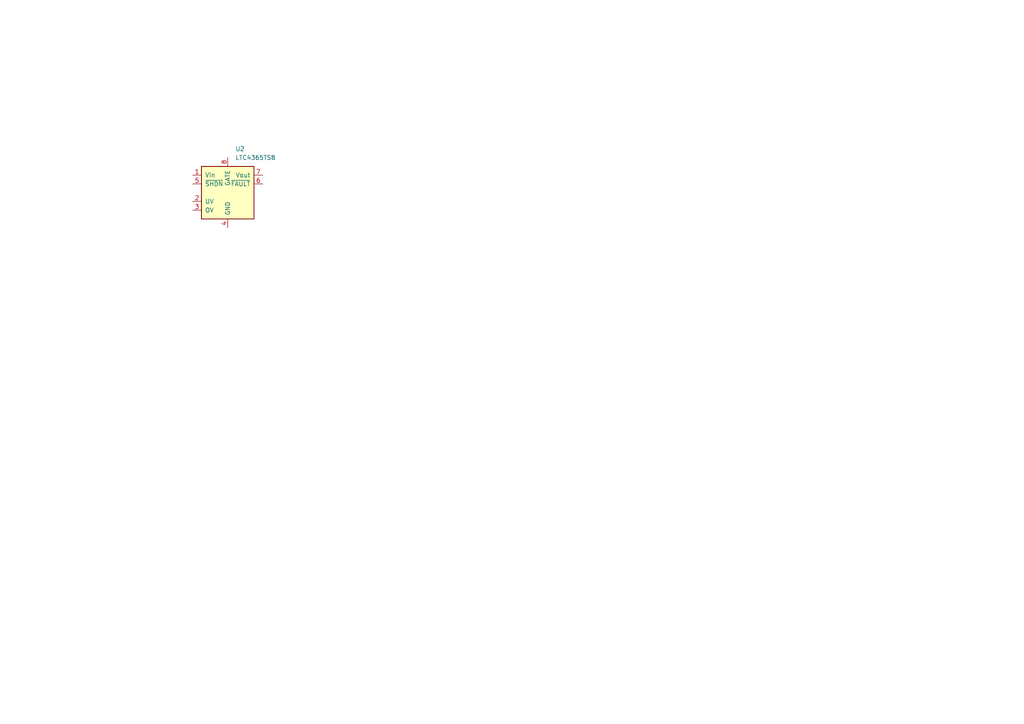
<source format=kicad_sch>
(kicad_sch (version 20231120) (generator "eeschema") (generator_version "8.0")
  (paper "A4")
  (lib_symbols
    (symbol "Power_Management:LTC4365TS8" (pin_names (offset 1.016))
      (property "Reference" "U" (at -7.62 8.89 0))
      (property "Value" "LTC4365TS8" (at 2.54 8.89 0))
      (symbol "LTC4365TS8_0_1"
        (rectangle (start -7.62 7.62) (end 7.62 -7.62) (stroke (width 0.254)) (fill (type background)))
      )
      (symbol "LTC4365TS8_1_1"
        (pin power_in line (at -10.16 5.08 0) (length 2.54) (name "Vin") (number "1"))
        (pin input line (at -10.16 -2.54 0) (length 2.54) (name "UV") (number "2"))
        (pin input line (at -10.16 -5.08 0) (length 2.54) (name "OV") (number "3"))
        (pin power_in line (at 0 -10.16 90) (length 2.54) (name "GND") (number "4"))
        (pin input line (at -10.16 2.54 0) (length 2.54) (name "~{SHDN}") (number "5"))
        (pin open_collector line (at 10.16 2.54 180) (length 2.54) (name "~{FAULT}") (number "6"))
        (pin input line (at 10.16 5.08 180) (length 2.54) (name "Vout") (number "7"))
        (pin output line (at 0 10.16 270) (length 2.54) (name "GATE") (number "8"))
      )
    )
  )
  (symbol (lib_id "Power_Management:LTC4365TS8") (at 66.04 55.88 0) (unit 1)
    (property "Reference" "U2" (at 68.2341 43.18 0) (effects (justify left)))
    (property "Value" "LTC4365TS8" (at 68.2341 45.72 0) (effects (justify left)))
    (property "Footprint" "Package_TO_SOT_SMD:TSOT-23-8" (effects (hide yes)))
    (property "Datasheet" "https://www.analog.com/media/en/technical-documentation/data-sheets/4365fa.pdf" (effects (hide yes)))
    (property "Description" "UV, OV and Reverse Supply Protection Controller, 50/60Hz noise rejection, TSOT23-8" (effects (hide yes)))
  )
)
</source>
